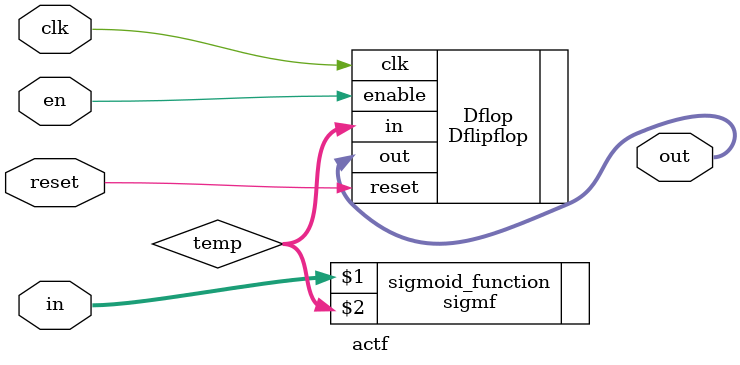
<source format=v>

module actf(clk,reset,en, in, out);

parameter DWIDTH=32;
parameter frac=24;

input clk, reset, en;
input signed [DWIDTH-1:0] in;
output signed [DWIDTH-1:0] out;

wire signed [DWIDTH-1:0] temp;


sigmf sigmoid_function(in, temp);
Dflipflop Dflop(.clk(clk),.reset(reset),.in(temp),.enable(en),.out(out));

endmodule
</source>
